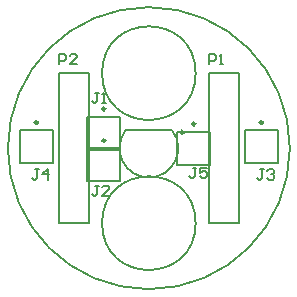
<source format=gto>
G04 Layer_Color=65535*
%FSLAX25Y25*%
%MOIN*%
G70*
G01*
G75*
%ADD18C,0.00787*%
%ADD19C,0.00984*%
%ADD20C,0.00500*%
%ADD21C,0.00600*%
D18*
X-7795Y5906D02*
G03*
X7795Y5906I7795J-5906D01*
G01*
X-7795Y5906D02*
X7795D01*
X20000Y25000D02*
X30000D01*
Y-25000D02*
Y25000D01*
X20000Y-25000D02*
Y25000D01*
Y-25000D02*
X30000D01*
X-30000Y25000D02*
X-20000D01*
Y-25000D02*
Y25000D01*
X-30000Y-25000D02*
Y25000D01*
Y-25000D02*
X-20000D01*
X31988Y6012D02*
X43012D01*
X43012Y-5012D02*
Y6012D01*
X31988Y-5012D02*
X43012D01*
X31988Y-5012D02*
Y6012D01*
X-43012D02*
X-31988D01*
X-31988Y-5012D02*
Y6012D01*
X-43012Y-5012D02*
X-31988D01*
X-43012Y-5012D02*
Y6012D01*
X-20512Y10512D02*
X-9488D01*
X-9488Y-512D02*
Y10512D01*
X-20512Y-512D02*
X-9488D01*
X-20512Y-512D02*
Y10512D01*
Y12D02*
X-9488D01*
X-9488Y-11012D02*
Y12D01*
X-20512Y-11012D02*
X-9488D01*
X-20512Y-11012D02*
Y12D01*
X9488Y5512D02*
X20512D01*
X20512Y-5512D02*
Y5512D01*
X9488Y-5512D02*
X20512D01*
X9488Y-5512D02*
Y5512D01*
D19*
X11634Y5315D02*
G03*
X11634Y5315I-492J0D01*
G01*
X37992Y8571D02*
G03*
X37992Y8571I-492J0D01*
G01*
X-37008D02*
G03*
X-37008Y8571I-492J0D01*
G01*
X-14508Y13071D02*
G03*
X-14508Y13071I-492J0D01*
G01*
Y2571D02*
G03*
X-14508Y2571I-492J0D01*
G01*
X15492Y8071D02*
G03*
X15492Y8071I-492J0D01*
G01*
D20*
X47000Y0D02*
G03*
X47000Y0I-47000J0D01*
G01*
X-16667Y18499D02*
X-17834D01*
X-17251D01*
Y15583D01*
X-17834Y15000D01*
X-18417D01*
X-19000Y15583D01*
X-15501Y15000D02*
X-14335D01*
X-14918D01*
Y18499D01*
X-15501Y17916D01*
X-16667Y-12501D02*
X-17834D01*
X-17251D01*
Y-15417D01*
X-17834Y-16000D01*
X-18417D01*
X-19000Y-15417D01*
X-13169Y-16000D02*
X-15501D01*
X-13169Y-13667D01*
Y-13084D01*
X-13752Y-12501D01*
X-14918D01*
X-15501Y-13084D01*
X38333Y-7001D02*
X37166D01*
X37749D01*
Y-9917D01*
X37166Y-10500D01*
X36583D01*
X36000Y-9917D01*
X39499Y-7584D02*
X40082Y-7001D01*
X41248D01*
X41831Y-7584D01*
Y-8167D01*
X41248Y-8751D01*
X40665D01*
X41248D01*
X41831Y-9334D01*
Y-9917D01*
X41248Y-10500D01*
X40082D01*
X39499Y-9917D01*
X-36667Y-7001D02*
X-37834D01*
X-37251D01*
Y-9917D01*
X-37834Y-10500D01*
X-38417D01*
X-39000Y-9917D01*
X-33752Y-10500D02*
Y-7001D01*
X-35501Y-8751D01*
X-33169D01*
X15833Y-6501D02*
X14666D01*
X15249D01*
Y-9417D01*
X14666Y-10000D01*
X14083D01*
X13500Y-9417D01*
X19331Y-6501D02*
X16999D01*
Y-8251D01*
X18165Y-7667D01*
X18748D01*
X19331Y-8251D01*
Y-9417D01*
X18748Y-10000D01*
X17582D01*
X16999Y-9417D01*
X20100Y27900D02*
Y31399D01*
X21849D01*
X22433Y30816D01*
Y29649D01*
X21849Y29066D01*
X20100D01*
X23599Y27900D02*
X24765D01*
X24182D01*
Y31399D01*
X23599Y30816D01*
X-29900Y27900D02*
Y31399D01*
X-28151D01*
X-27567Y30816D01*
Y29649D01*
X-28151Y29066D01*
X-29900D01*
X-24069Y27900D02*
X-26401D01*
X-24069Y30233D01*
Y30816D01*
X-24652Y31399D01*
X-25818D01*
X-26401Y30816D01*
D21*
X15600Y-25000D02*
G03*
X15600Y-25000I-15600J0D01*
G01*
Y25000D02*
G03*
X15600Y25000I-15600J0D01*
G01*
M02*

</source>
